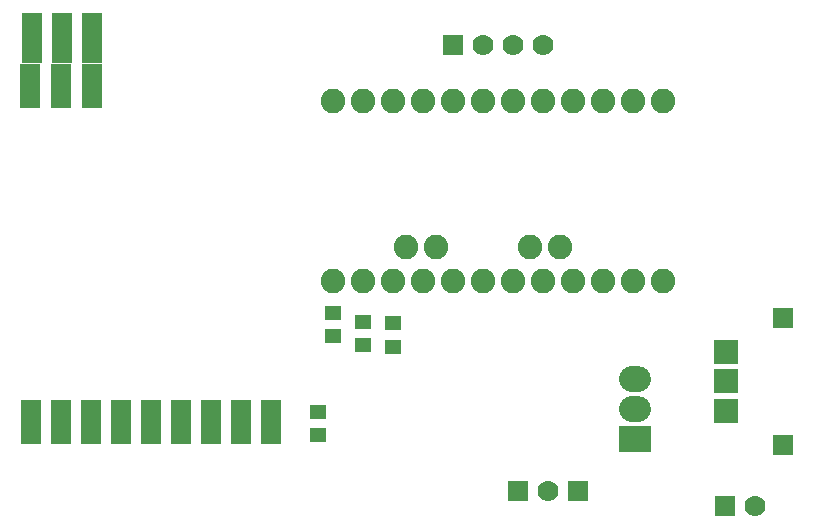
<source format=gts>
G04 ---------------------------- Layer name :TOP SOLDER LAYER*
G04 EasyEDA v5.7.24, Sat, 01 Sep 2018 15:29:15 GMT*
G04 70d3823de7e84894a96469fe6f11b24c*
G04 Gerber Generator version 0.2*
G04 Scale: 100 percent, Rotated: No, Reflected: No *
G04 Dimensions in inches *
G04 leading zeros omitted , absolute positions ,2 integer and 4 decimal *
%FSLAX24Y24*%
%MOIN*%
G90*
G70D02*

%ADD13R,0.070992X0.070992*%
%ADD14R,0.078866X0.082803*%
%ADD15R,0.070992X0.145800*%
%ADD16R,0.068500X0.168500*%
%ADD17R,0.057212X0.047370*%
%ADD18R,0.070000X0.070000*%
%ADD19C,0.070000*%
%ADD20C,0.082000*%
%ADD21R,0.106425X0.086740*%
%ADD22C,0.086740*%

%LPD*%
G54D22*
G01X20761Y5490D02*
G01X20958Y5490D01*
G01X20761Y4490D02*
G01X20958Y4490D01*
G54D13*
G01X25793Y3273D03*
G01X25793Y7526D03*
G54D14*
G01X23903Y6384D03*
G01X23903Y5400D03*
G01X23903Y4414D03*
G54D18*
G01X18950Y1750D03*
G01X16950Y1750D03*
G54D19*
G01X17950Y1750D03*
G54D15*
G01X740Y4040D03*
G01X1740Y4040D03*
G01X2740Y4040D03*
G01X3740Y4040D03*
G01X4740Y4040D03*
G01X5740Y4040D03*
G01X6740Y4040D03*
G01X7740Y4040D03*
G01X8739Y4040D03*
G01X700Y15240D03*
G01X1740Y15240D03*
G01X2780Y15240D03*
G54D16*
G01X1750Y16850D03*
G01X2750Y16850D03*
G01X750Y16850D03*
G54D17*
G01X12800Y6556D03*
G01X12800Y7343D03*
G01X11800Y6606D03*
G01X11800Y7393D03*
G01X10800Y6906D03*
G01X10800Y7693D03*
G01X10300Y4393D03*
G01X10300Y3606D03*
G54D20*
G01X21800Y14750D03*
G01X20800Y14750D03*
G01X19800Y14750D03*
G01X18800Y14750D03*
G01X17800Y14750D03*
G01X16800Y14750D03*
G01X15800Y14750D03*
G01X14800Y14750D03*
G01X13800Y14750D03*
G01X12800Y14750D03*
G01X11800Y14750D03*
G01X10800Y14750D03*
G01X10800Y8750D03*
G01X11800Y8750D03*
G01X12800Y8750D03*
G01X13800Y8750D03*
G01X14800Y8750D03*
G01X15800Y8750D03*
G01X16800Y8750D03*
G01X17800Y8750D03*
G01X18800Y8750D03*
G01X19800Y8750D03*
G01X20800Y8750D03*
G01X21800Y8750D03*
G01X13239Y9880D03*
G01X14239Y9880D03*
G01X18360Y9880D03*
G01X17360Y9880D03*
G54D18*
G01X14800Y16600D03*
G54D19*
G01X15800Y16600D03*
G01X16800Y16600D03*
G01X17800Y16600D03*
G54D21*
G01X20860Y3490D03*
G54D18*
G01X23850Y1250D03*
G54D19*
G01X24850Y1250D03*
M00*
M02*

</source>
